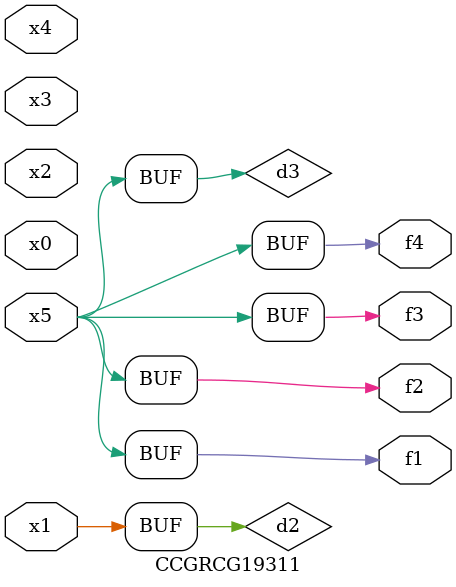
<source format=v>
module CCGRCG19311(
	input x0, x1, x2, x3, x4, x5,
	output f1, f2, f3, f4
);

	wire d1, d2, d3;

	not (d1, x5);
	or (d2, x1);
	xnor (d3, d1);
	assign f1 = d3;
	assign f2 = d3;
	assign f3 = d3;
	assign f4 = d3;
endmodule

</source>
